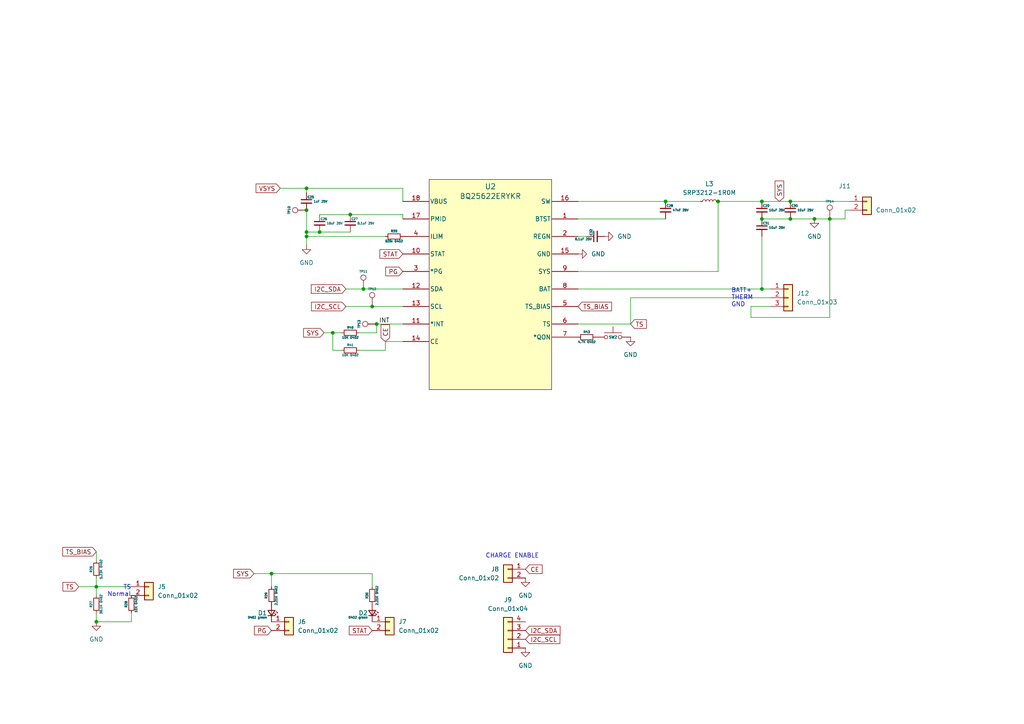
<source format=kicad_sch>
(kicad_sch (version 20231120) (generator "eeschema") (generator_version "8.0")
  (paper "A4")
  (lib_symbols
    (symbol "2024-11-13_13-44-11:BQ25622ERYKR" (pin_names (offset 0.254))
      (property "Reference" "U2" (at 0 28.448 0))
      (property "Value" "BQ25622ERYKR" (at 0 25.654 0))
      (symbol "BQ25622ERYKR_1_1"
        (rectangle (start -17.78 30.48) (end 17.78 -30.48) (fill (type background)))
        (pin power_in line (at 25.4 19.05 180) (length 7.62) (name "BTST") (number "1"))
        (pin output line (at -25.4 8.89 0) (length 7.62) (name "STAT") (number "10"))
        (pin output line (at -25.4 -11.43 0) (length 7.62) (name "*INT") (number "11"))
        (pin bidirectional line (at -25.4 -1.27 0) (length 7.62) (name "SDA") (number "12"))
        (pin input line (at -25.4 -6.35 0) (length 7.62) (name "SCL") (number "13"))
        (pin input line (at -25.4 -16.51 0) (length 7.62) (name "CE") (number "14"))
        (pin power_out line (at 25.4 8.89 180) (length 7.62) (name "GND") (number "15"))
        (pin power_in line (at 25.4 24.13 180) (length 7.62) (name "SW") (number "16"))
        (pin power_in line (at -25.4 19.05 0) (length 7.62) (name "PMID") (number "17"))
        (pin power_in line (at -25.4 24.13 0) (length 7.62) (name "VBUS") (number "18"))
        (pin power_in line (at 25.4 13.97 180) (length 7.62) (name "REGN") (number "2"))
        (pin unspecified line (at -25.4 3.81 0) (length 7.62) (name "*PG") (number "3"))
        (pin bidirectional line (at -25.4 13.97 0) (length 7.62) (name "ILIM") (number "4"))
        (pin power_in line (at 25.4 -6.35 180) (length 7.62) (name "TS_BIAS") (number "5"))
        (pin input line (at 25.4 -11.43 180) (length 7.62) (name "TS") (number "6"))
        (pin input line (at 25.4 -15.24 180) (length 7.62) (name "*QON") (number "7"))
        (pin power_in line (at 25.4 -1.27 180) (length 7.62) (name "BAT") (number "8"))
        (pin power_in line (at 25.4 3.81 180) (length 7.62) (name "SYS") (number "9"))
      )
    )
    (symbol "BQ25638YBGR:BQ25638YBGR"
      (property "Reference" "IC1" (at 0 19.304 0))
      (property "Value" "BQ25638YBGR" (at 0 -37.846 0))
      (symbol "BQ25638YBGR_1_1"
        (rectangle (start -12.7 17.78) (end 12.7 -36.195) (stroke (width 0.254)) (fill (type background)))
        (pin passive line (at -17.78 15.24 0) (length 5.08) (name "VBUS_1") (number "A1"))
        (pin passive line (at -17.78 7.62 0) (length 5.08) (name "PMID_1") (number "A2"))
        (pin passive line (at 17.78 16.51 180) (length 5.08) (name "SW_1") (number "A3"))
        (pin passive line (at 17.78 -29.21 180) (length 5.08) (name "PGND_1") (number "A4"))
        (pin passive line (at 17.78 3.81 180) (length 5.08) (name "REGN") (number "A5"))
        (pin passive line (at -17.78 12.7 0) (length 5.08) (name "VBUS_2") (number "B1"))
        (pin passive line (at -17.78 5.08 0) (length 5.08) (name "PMID_2") (number "B2"))
        (pin passive line (at 17.78 13.97 180) (length 5.08) (name "SW_2") (number "B3"))
        (pin passive line (at 17.78 -31.75 180) (length 5.08) (name "PGND_2") (number "B4"))
        (pin passive line (at 17.78 7.62 180) (length 5.08) (name "BTST") (number "B5"))
        (pin passive line (at -17.78 -11.43 0) (length 5.08) (name "STAT") (number "C1"))
        (pin passive line (at -17.78 -15.24 0) (length 5.08) (name "~{PG}") (number "C2"))
        (pin passive line (at 17.78 11.43 180) (length 5.08) (name "SW_3") (number "C3"))
        (pin passive line (at 17.78 -34.29 180) (length 5.08) (name "PGND_3") (number "C4"))
        (pin passive line (at -17.78 0 0) (length 5.08) (name "ADCIN") (number "C5"))
        (pin passive line (at 17.78 0 180) (length 5.08) (name "SYS_1") (number "D1"))
        (pin passive line (at 17.78 -2.54 180) (length 5.08) (name "SYS_2") (number "D2"))
        (pin passive line (at 17.78 -5.08 180) (length 5.08) (name "SYS_3") (number "D3"))
        (pin passive line (at 17.78 -25.4 180) (length 5.08) (name "~{QON}") (number "D4"))
        (pin passive line (at -17.78 -22.86 0) (length 5.08) (name "SCL") (number "D5"))
        (pin passive line (at 17.78 -8.89 180) (length 5.08) (name "BAT_1") (number "E1"))
        (pin passive line (at 17.78 -11.43 180) (length 5.08) (name "BAT_2") (number "E2"))
        (pin passive line (at 17.78 -13.97 180) (length 5.08) (name "BAT_3") (number "E3"))
        (pin passive line (at 17.78 -21.59 180) (length 5.08) (name "TS") (number "E4"))
        (pin passive line (at -17.78 -20.32 0) (length 5.08) (name "SDA") (number "E5"))
        (pin passive line (at 17.78 -17.78 180) (length 5.08) (name "BATP") (number "F1"))
        (pin passive line (at -17.78 -30.48 0) (length 5.08) (name "~{CE}") (number "F2"))
        (pin passive line (at -17.78 -7.62 0) (length 5.08) (name "ILIM") (number "F3"))
        (pin passive line (at -17.78 -3.81 0) (length 5.08) (name "TS_BIAS") (number "F4"))
        (pin passive line (at -17.78 -26.67 0) (length 5.08) (name "~{INT}") (number "F5"))
      )
    )
    (symbol "Connector:TestPoint" (pin_numbers hide) (pin_names (offset 0.762) hide)
      (property "Reference" "TP" (at 0 6.858 0))
      (property "Value" "TestPoint" (at 0 5.08 0))
      (symbol "TestPoint_0_1"
        (circle (center 0 3.302) (radius 0.762))
      )
      (symbol "TestPoint_1_1"
        (pin passive line (at 0 0 90) (length 2.54) (name "1") (number "1"))
      )
    )
    (symbol "Connector_Generic:Conn_01x02" (pin_names (offset 1.016) hide)
      (property "Reference" "J" (at 0 2.54 0))
      (property "Value" "Conn_01x02" (at 0 -5.08 0))
      (symbol "Conn_01x02_1_1"
        (rectangle (start -1.27 -2.413) (end 0 -2.667) (stroke (width 0.1524)))
        (rectangle (start -1.27 0.127) (end 0 -0.127) (stroke (width 0.1524)))
        (rectangle (start -1.27 1.27) (end 1.27 -3.81) (stroke (width 0.254)) (fill (type background)))
        (pin passive line (at -5.08 0 0) (length 3.81) (name "Pin_1") (number "1"))
        (pin passive line (at -5.08 -2.54 0) (length 3.81) (name "Pin_2") (number "2"))
      )
    )
    (symbol "Connector_Generic:Conn_01x03" (pin_names (offset 1.016) hide)
      (property "Reference" "J" (at 0 5.08 0))
      (property "Value" "Conn_01x03" (at 0 -5.08 0))
      (symbol "Conn_01x03_1_1"
        (rectangle (start -1.27 -2.413) (end 0 -2.667) (stroke (width 0.1524)))
        (rectangle (start -1.27 0.127) (end 0 -0.127) (stroke (width 0.1524)))
        (rectangle (start -1.27 2.667) (end 0 2.413) (stroke (width 0.1524)))
        (rectangle (start -1.27 3.81) (end 1.27 -3.81) (stroke (width 0.254)) (fill (type background)))
        (pin passive line (at -5.08 2.54 0) (length 3.81) (name "Pin_1") (number "1"))
        (pin passive line (at -5.08 0 0) (length 3.81) (name "Pin_2") (number "2"))
        (pin passive line (at -5.08 -2.54 0) (length 3.81) (name "Pin_3") (number "3"))
      )
    )
    (symbol "Connector_Generic:Conn_01x04" (pin_names (offset 1.016) hide)
      (property "Reference" "J" (at 0 5.08 0))
      (property "Value" "Conn_01x04" (at 0 -7.62 0))
      (symbol "Conn_01x04_1_1"
        (rectangle (start -1.27 -4.953) (end 0 -5.207) (stroke (width 0.1524)))
        (rectangle (start -1.27 -2.413) (end 0 -2.667) (stroke (width 0.1524)))
        (rectangle (start -1.27 0.127) (end 0 -0.127) (stroke (width 0.1524)))
        (rectangle (start -1.27 2.667) (end 0 2.413) (stroke (width 0.1524)))
        (rectangle (start -1.27 3.81) (end 1.27 -6.35) (stroke (width 0.254)) (fill (type background)))
        (pin passive line (at -5.08 2.54 0) (length 3.81) (name "Pin_1") (number "1"))
        (pin passive line (at -5.08 0 0) (length 3.81) (name "Pin_2") (number "2"))
        (pin passive line (at -5.08 -2.54 0) (length 3.81) (name "Pin_3") (number "3"))
        (pin passive line (at -5.08 -5.08 0) (length 3.81) (name "Pin_4") (number "4"))
      )
    )
    (symbol "Device:C_Small" (pin_numbers hide) (pin_names (offset 0.254) hide)
      (property "Reference" "C" (at 0.254 1.778 0))
      (property "Value" "C_Small" (at 0.254 -2.032 0))
      (symbol "C_Small_0_1"
        (polyline (pts (xy -1.524 -0.508) (xy 1.524 -0.508)) (stroke (width 0.3302)))
        (polyline (pts (xy -1.524 0.508) (xy 1.524 0.508)) (stroke (width 0.3048)))
      )
      (symbol "C_Small_1_1"
        (pin passive line (at 0 2.54 270) (length 2.032) (name "~") (number "1"))
        (pin passive line (at 0 -2.54 90) (length 2.032) (name "~") (number "2"))
      )
    )
    (symbol "Device:LED_Small" (pin_numbers hide) (pin_names (offset 0.254) hide)
      (property "Reference" "D" (at -1.27 3.175 0))
      (property "Value" "LED_Small" (at -4.445 -2.54 0))
      (symbol "LED_Small_0_1"
        (polyline (pts (xy -0.762 -1.016) (xy -0.762 1.016)) (stroke (width 0.254)))
        (polyline (pts (xy 1.016 0) (xy -0.762 0)))
        (polyline (pts (xy 0.762 -1.016) (xy -0.762 0) (xy 0.762 1.016) (xy 0.762 -1.016)) (stroke (width 0.254)))
        (polyline (pts (xy 0 0.762) (xy -0.508 1.27) (xy -0.254 1.27) (xy -0.508 1.27) (xy -0.508 1.016)))
        (polyline (pts (xy 0.508 1.27) (xy 0 1.778) (xy 0.254 1.778) (xy 0 1.778) (xy 0 1.524)))
      )
      (symbol "LED_Small_1_1"
        (pin passive line (at -2.54 0 0) (length 1.778) (name "K") (number "1"))
        (pin passive line (at 2.54 0 180) (length 1.778) (name "A") (number "2"))
      )
    )
    (symbol "Device:L_Small" (pin_numbers hide) (pin_names (offset 0.254) hide)
      (property "Reference" "L" (at 0.762 1.016 0))
      (property "Value" "L_Small" (at 0.762 -1.016 0))
      (symbol "L_Small_0_1"
        (arc (start 0 -2.032) (mid 0.5058 -1.524) (end 0 -1.016))
        (arc (start 0 -1.016) (mid 0.5058 -0.508) (end 0 0))
        (arc (start 0 0) (mid 0.5058 0.508) (end 0 1.016))
        (arc (start 0 1.016) (mid 0.5058 1.524) (end 0 2.032))
      )
      (symbol "L_Small_1_1"
        (pin passive line (at 0 2.54 270) (length 0.508) (name "~") (number "1"))
        (pin passive line (at 0 -2.54 90) (length 0.508) (name "~") (number "2"))
      )
    )
    (symbol "Device:R_Small" (pin_numbers hide) (pin_names (offset 0.254) hide)
      (property "Reference" "R" (at 0.762 0.508 0))
      (property "Value" "R_Small" (at 0.762 -1.016 0))
      (symbol "R_Small_0_1"
        (rectangle (start -0.762 1.778) (end 0.762 -1.778) (stroke (width 0.2032)))
      )
      (symbol "R_Small_1_1"
        (pin passive line (at 0 2.54 270) (length 0.762) (name "~") (number "1"))
        (pin passive line (at 0 -2.54 90) (length 0.762) (name "~") (number "2"))
      )
    )
    (symbol "Switch:SW_Push" (pin_numbers hide) (pin_names (offset 1.016) hide)
      (property "Reference" "SW" (at 1.27 2.54 0))
      (property "Value" "SW_Push" (at 0 -1.524 0))
      (symbol "SW_Push_0_1"
        (circle (center -2.032 0) (radius 0.508))
        (polyline (pts (xy 0 1.27) (xy 0 3.048)))
        (polyline (pts (xy 2.54 1.27) (xy -2.54 1.27)))
        (circle (center 2.032 0) (radius 0.508))
        (pin passive line (at -5.08 0 0) (length 2.54) (name "1") (number "1"))
        (pin passive line (at 5.08 0 180) (length 2.54) (name "2") (number "2"))
      )
    )
    (symbol "power:GND" (power) (pin_numbers hide) (pin_names (offset 0) hide)
      (property "Value" "GND" (at 0 -3.81 0))
      (symbol "GND_0_1"
        (polyline (pts (xy 0 0) (xy 0 -1.27) (xy 1.27 -1.27) (xy 0 -2.54) (xy -1.27 -1.27) (xy 0 -1.27)))
      )
      (symbol "GND_1_1"
        (pin power_in line (at 0 0 270) (length 0) (name "~") (number "1"))
      )
    )
  )
  (junction (at -100.33 52.07))
  (junction (at 27.94 180.34))
  (junction (at -86.36 26.67))
  (junction (at -53.975 31.75))
  (junction (at -65.405 26.67))
  (junction (at 92.71 67.31))
  (junction (at -162.56 35.56))
  (junction (at 220.98 63.5))
  (junction (at -73.66 26.67))
  (junction (at 220.98 83.82))
  (junction (at -111.76 26.67))
  (junction (at -111.76 77.47))
  (junction (at 96.52 96.52))
  (junction (at 240.665 63.5))
  (junction (at 88.9 68.58))
  (junction (at 27.94 170.18))
  (junction (at 88.9 54.61))
  (junction (at -152.4 27.94))
  (junction (at -158.75 63.5))
  (junction (at 236.22 63.5))
  (junction (at -100.33 57.15))
  (junction (at 88.9 67.31))
  (junction (at -175.26 50.8))
  (junction (at -65.405 31.75))
  (junction (at -175.26 43.18))
  (junction (at -73.66 52.07))
  (junction (at -156.21 66.04))
  (junction (at -100.33 54.61))
  (junction (at 88.9 60.96))
  (junction (at 109.22 93.98))
  (junction (at -154.94 69.85))
  (junction (at 78.74 166.37))
  (junction (at -111.76 48.26))
  (junction (at -171.45 43.18))
  (junction (at -101.6 26.67))
  (junction (at -58.42 31.75))
  (junction (at -73.66 31.75))
  (junction (at -111.76 29.21))
  (junction (at 107.95 88.9))
  (junction (at 101.6 62.23))
  (junction (at 105.41 83.82))
  (junction (at 220.98 58.42))
  (junction (at -175.26 27.94))
  (junction (at -111.76 74.93))
  (junction (at -167.64 72.39))
  (junction (at 193.04 58.42))
  (junction (at 208.28 58.42))
  (junction (at -147.32 35.56))
  (junction (at -111.76 45.72))
  (junction (at 229.235 58.42))
  (junction (at 229.235 63.5))
  (wire (pts (xy -65.405 31.75) (xy -58.42 31.75)))
  (wire (pts (xy 109.22 93.98) (xy 116.84 93.98)))
  (wire (pts (xy -158.75 63.5) (xy -147.32 63.5)))
  (wire (pts (xy 220.98 68.58) (xy 220.98 83.82)))
  (wire (pts (xy 27.94 180.34) (xy 27.94 177.8)))
  (wire (pts (xy 22.86 170.18) (xy 27.94 170.18)))
  (wire (pts (xy 88.9 71.12) (xy 88.9 68.58)))
  (wire (pts (xy 96.52 101.6) (xy 96.52 96.52)))
  (wire (pts (xy -49.53 29.21) (xy -48.26 29.21)))
  (wire (pts (xy 101.6 62.23) (xy 116.84 62.23)))
  (wire (pts (xy -53.975 60.325) (xy -53.975 31.75)))
  (wire (pts (xy 229.235 63.5) (xy 236.22 63.5)))
  (wire (pts (xy -175.26 43.18) (xy -175.26 50.8)))
  (wire (pts (xy 208.28 58.42) (xy 220.98 58.42)))
  (wire (pts (xy 220.98 63.5) (xy 229.235 63.5)))
  (wire (pts (xy 240.665 92.075) (xy 240.665 63.5)))
  (wire (pts (xy -100.33 57.15) (xy -100.33 60.96)))
  (wire (pts (xy 116.84 54.61) (xy 116.84 58.42)))
  (wire (pts (xy 182.88 93.98) (xy 182.88 86.36)))
  (wire (pts (xy -162.56 43.18) (xy -171.45 43.18)))
  (wire (pts (xy 203.2 58.42) (xy 193.04 58.42)))
  (wire (pts (xy -154.94 72.39) (xy -154.94 69.85)))
  (wire (pts (xy -152.4 27.94) (xy -147.32 27.94)))
  (wire (pts (xy -111.76 52.07) (xy -100.33 52.07)))
  (wire (pts (xy -111.76 78.74) (xy -111.76 77.47)))
  (wire (pts (xy -100.33 54.61) (xy -100.33 57.15)))
  (wire (pts (xy -182.88 27.94) (xy -175.26 27.94)))
  (wire (pts (xy -71.12 54.61) (xy -93.98 54.61)))
  (wire (pts (xy 220.98 83.82) (xy 223.52 83.82)))
  (wire (pts (xy -152.4 77.47) (xy -160.02 77.47)))
  (wire (pts (xy -163.83 66.04) (xy -156.21 66.04)))
  (wire (pts (xy 107.95 170.18) (xy 107.95 166.37)))
  (wire (pts (xy -73.66 52.07) (xy -71.12 52.07)))
  (wire (pts (xy 245.11 60.96) (xy 246.38 60.96)))
  (wire (pts (xy -111.76 57.15) (xy -100.33 57.15)))
  (wire (pts (xy 240.665 63.5) (xy 245.11 63.5)))
  (wire (pts (xy 78.74 166.37) (xy 73.66 166.37)))
  (wire (pts (xy -170.18 72.39) (xy -167.64 72.39)))
  (wire (pts (xy -111.76 77.47) (xy -111.76 74.93)))
  (wire (pts (xy -105.41 60.96) (xy -111.76 60.96)))
  (wire (pts (xy 107.95 88.9) (xy 116.84 88.9)))
  (wire (pts (xy 27.94 162.56) (xy 27.94 160.02)))
  (wire (pts (xy 100.33 88.9) (xy 107.95 88.9)))
  (wire (pts (xy -111.76 45.72) (xy -111.76 48.26)))
  (wire (pts (xy -65.405 26.67) (xy -48.26 26.67)))
  (wire (pts (xy -171.45 43.18) (xy -175.26 43.18)))
  (wire (pts (xy 88.9 54.61) (xy 116.84 54.61)))
  (wire (pts (xy 109.22 96.52) (xy 109.22 93.98)))
  (wire (pts (xy 182.88 86.36) (xy 223.52 86.36)))
  (wire (pts (xy 217.805 88.9) (xy 217.805 92.075)))
  (wire (pts (xy 220.98 58.42) (xy 229.235 58.42)))
  (wire (pts (xy -147.32 35.56) (xy -147.32 38.1)))
  (wire (pts (xy -152.4 73.66) (xy -147.32 73.66)))
  (wire (pts (xy 99.06 101.6) (xy 96.52 101.6)))
  (wire (pts (xy -109.22 39.37) (xy -111.76 39.37)))
  (wire (pts (xy 88.9 68.58) (xy 111.76 68.58)))
  (wire (pts (xy -110.49 68.58) (xy -111.76 68.58)))
  (wire (pts (xy -76.835 57.15) (xy -76.835 60.325)))
  (wire (pts (xy -71.12 57.15) (xy -76.835 57.15)))
  (wire (pts (xy -163.83 63.5) (xy -158.75 63.5)))
  (wire (pts (xy 167.64 78.74) (xy 208.28 78.74)))
  (wire (pts (xy -156.21 66.04) (xy -147.32 66.04)))
  (wire (pts (xy -165.1 77.47) (xy -167.64 77.47)))
  (wire (pts (xy -73.66 31.75) (xy -65.405 31.75)))
  (wire (pts (xy -100.33 52.07) (xy -73.66 52.07)))
  (wire (pts (xy -147.32 30.48) (xy -152.4 30.48)))
  (wire (pts (xy -53.975 31.75) (xy -49.53 31.75)))
  (wire (pts (xy -162.56 38.1) (xy -162.56 35.56)))
  (wire (pts (xy -171.45 38.1) (xy -171.45 35.56)))
  (wire (pts (xy -101.6 35.56) (xy -111.76 35.56)))
  (wire (pts (xy -111.76 74.93) (xy -111.76 72.39)))
  (wire (pts (xy 93.98 96.52) (xy 96.52 96.52)))
  (wire (pts (xy 100.33 83.82) (xy 105.41 83.82)))
  (wire (pts (xy 92.71 62.23) (xy 101.6 62.23)))
  (wire (pts (xy 217.805 92.075) (xy 240.665 92.075)))
  (wire (pts (xy 96.52 96.52) (xy 99.06 96.52)))
  (wire (pts (xy -175.26 53.34) (xy -175.26 50.8)))
  (wire (pts (xy -111.76 48.26) (xy -86.36 48.26)))
  (wire (pts (xy 88.9 67.31) (xy 88.9 60.96)))
  (wire (pts (xy 105.41 83.82) (xy 116.84 83.82)))
  (wire (pts (xy -100.33 52.07) (xy -100.33 54.61)))
  (wire (pts (xy -76.835 60.325) (xy -53.975 60.325)))
  (wire (pts (xy -111.76 43.18) (xy -111.76 45.72)))
  (wire (pts (xy -162.56 35.56) (xy -147.32 35.56)))
  (wire (pts (xy 38.1 180.34) (xy 27.94 180.34)))
  (wire (pts (xy 92.71 67.31) (xy 88.9 67.31)))
  (wire (pts (xy 111.76 99.06) (xy 116.84 99.06)))
  (wire (pts (xy -154.94 69.85) (xy -147.32 69.85)))
  (wire (pts (xy 101.6 67.31) (xy 92.71 67.31)))
  (wire (pts (xy 111.76 99.06) (xy 111.76 101.6)))
  (wire (pts (xy 236.22 63.5) (xy 240.665 63.5)))
  (wire (pts (xy 27.94 167.64) (xy 27.94 170.18)))
  (wire (pts (xy 167.64 58.42) (xy 193.04 58.42)))
  (wire (pts (xy 78.74 166.37) (xy 107.95 166.37)))
  (wire (pts (xy 208.28 58.42) (xy 208.28 78.74)))
  (wire (pts (xy 229.235 58.42) (xy 246.38 58.42)))
  (wire (pts (xy 38.1 177.8) (xy 38.1 180.34)))
  (wire (pts (xy -49.53 31.75) (xy -49.53 29.21)))
  (wire (pts (xy 88.9 55.88) (xy 88.9 54.61)))
  (wire (pts (xy 116.84 62.23) (xy 116.84 63.5)))
  (wire (pts (xy 167.64 93.98) (xy 182.88 93.98)))
  (wire (pts (xy -152.4 30.48) (xy -152.4 27.94)))
  (wire (pts (xy 167.64 83.82) (xy 220.98 83.82)))
  (wire (pts (xy -160.02 72.39) (xy -154.94 72.39)))
  (wire (pts (xy -91.44 26.67) (xy -101.6 26.67)))
  (wire (pts (xy -73.66 26.67) (xy -65.405 26.67)))
  (wire (pts (xy -111.76 29.21) (xy -111.76 31.75)))
  (wire (pts (xy -111.76 54.61) (xy -100.33 54.61)))
  (wire (pts (xy -175.26 50.8) (xy -152.4 50.8)))
  (wire (pts (xy -167.64 72.39) (xy -165.1 72.39)))
  (wire (pts (xy 38.1 170.18) (xy 27.94 170.18)))
  (wire (pts (xy -58.42 31.75) (xy -53.975 31.75)))
  (wire (pts (xy -73.66 36.83) (xy -73.66 52.07)))
  (wire (pts (xy -101.6 31.75) (xy -101.6 35.56)))
  (wire (pts (xy -167.64 77.47) (xy -167.64 72.39)))
  (wire (pts (xy 88.9 67.31) (xy 88.9 68.58)))
  (wire (pts (xy 170.18 68.58) (xy 167.64 68.58)))
  (wire (pts (xy 223.52 88.9) (xy 217.805 88.9)))
  (wire (pts (xy -171.45 35.56) (xy -162.56 35.56)))
  (wire (pts (xy 104.14 96.52) (xy 109.22 96.52)))
  (wire (pts (xy -111.76 26.67) (xy -111.76 29.21)))
  (wire (pts (xy -152.4 73.66) (xy -152.4 77.47)))
  (wire (pts (xy 27.94 170.18) (xy 27.94 172.72)))
  (wire (pts (xy -175.26 33.02) (xy -175.26 43.18)))
  (wire (pts (xy 111.76 101.6) (xy 104.14 101.6)))
  (wire (pts (xy -101.6 26.67) (xy -111.76 26.67)))
  (wire (pts (xy -86.36 48.26) (xy -86.36 26.67)))
  (wire (pts (xy 78.74 170.18) (xy 78.74 166.37)))
  (wire (pts (xy 81.28 54.61) (xy 88.9 54.61)))
  (wire (pts (xy 245.11 63.5) (xy 245.11 60.96)))
  (wire (pts (xy -175.26 27.94) (xy -152.4 27.94)))
  (wire (pts (xy 167.64 63.5) (xy 193.04 63.5)))
  (wire (pts (xy -86.36 26.67) (xy -73.66 26.67)))
  (text "CHARGE ENABLE" (at 148.59 161.29 0) (effects (font (size 1.27 1.27))))
  (text "TS\nNormal" (at 38.1 171.45 0) (effects (font (size 1.27 1.27)) (justify right)))
  (text "BATT+\nTHERM\nGND" (at 212.09 86.36 0) (effects (font (size 1.27 1.27)) (justify left)))
  (text "BATT+\nTHERM\nGND" (at -82.55 54.61 0) (effects (font (size 1.27 1.27)) (justify left)))
  (text "SYS\nGND" (at -49.53 27.94 0) (effects (font (size 1.27 1.27))))
  (label "INT" (at 113.03 93.98 180))
  (label "INT" (at -151.13 69.85 180))
  (global_label "STAT" (shape input) (at -147.32 54.61 180) (property "Intersheetrefs" "${INTERSHEET_REFS}" (effects (hide yes))))
  (global_label "SYS" (shape input) (at -170.18 72.39 180) (property "Intersheetrefs" "${INTERSHEET_REFS}" (effects (hide yes))))
  (global_label "SYS" (shape input) (at -78.74 26.67 90) (property "Intersheetrefs" "${INTERSHEET_REFS}" (effects (hide yes))))
  (global_label "PG" (shape input) (at -147.32 58.42 180) (property "Intersheetrefs" "${INTERSHEET_REFS}" (effects (hide yes))))
  (global_label "VSYS" (shape input) (at 81.28 54.61 180) (property "Intersheetrefs" "${INTERSHEET_REFS}" (effects (hide yes))))
  (global_label "TS" (shape input) (at 182.88 93.98 0) (property "Intersheetrefs" "${INTERSHEET_REFS}" (effects (hide yes))))
  (global_label "TS" (shape input) (at 22.86 170.18 180) (property "Intersheetrefs" "${INTERSHEET_REFS}" (effects (hide yes))))
  (global_label "I2C_SDA" (shape input) (at 100.33 83.82 180) (property "Intersheetrefs" "${INTERSHEET_REFS}" (effects (hide yes))))
  (global_label "SYS" (shape input) (at 93.98 96.52 180) (property "Intersheetrefs" "${INTERSHEET_REFS}" (effects (hide yes))))
  (global_label "CE" (shape input) (at 111.76 99.06 90) (property "Intersheetrefs" "${INTERSHEET_REFS}" (effects (hide yes))))
  (global_label "TS_BIAS" (shape input) (at -147.32 46.99 180) (property "Intersheetrefs" "${INTERSHEET_REFS}" (effects (hide yes))))
  (global_label "I2C_SCL" (shape input) (at 152.4 185.42 0) (property "Intersheetrefs" "${INTERSHEET_REFS}" (effects (hide yes))))
  (global_label "PG" (shape input) (at 78.74 182.88 180) (property "Intersheetrefs" "${INTERSHEET_REFS}" (effects (hide yes))))
  (global_label "STAT" (shape input) (at 116.84 73.66 180) (property "Intersheetrefs" "${INTERSHEET_REFS}" (effects (hide yes))))
  (global_label "SYS" (shape input) (at 73.66 166.37 180) (property "Intersheetrefs" "${INTERSHEET_REFS}" (effects (hide yes))))
  (global_label "SYS" (shape input) (at 226.06 58.42 90) (property "Intersheetrefs" "${INTERSHEET_REFS}" (effects (hide yes))))
  (global_label "TS_BIAS" (shape input) (at 27.94 160.02 180) (property "Intersheetrefs" "${INTERSHEET_REFS}" (effects (hide yes))))
  (global_label "I2C_SCL" (shape input) (at -163.83 66.04 180) (property "Intersheetrefs" "${INTERSHEET_REFS}" (effects (hide yes))))
  (global_label "PG" (shape input) (at 116.84 78.74 180) (property "Intersheetrefs" "${INTERSHEET_REFS}" (effects (hide yes))))
  (global_label "I2C_SCL" (shape input) (at 100.33 88.9 180) (property "Intersheetrefs" "${INTERSHEET_REFS}" (effects (hide yes))))
  (global_label "TS_BIAS" (shape input) (at 167.64 88.9 0) (property "Intersheetrefs" "${INTERSHEET_REFS}" (effects (hide yes))))
  (global_label "STAT" (shape input) (at 107.95 182.88 180) (property "Intersheetrefs" "${INTERSHEET_REFS}" (effects (hide yes))))
  (global_label "CE" (shape input) (at 152.4 165.1 0) (property "Intersheetrefs" "${INTERSHEET_REFS}" (effects (hide yes))))
  (global_label "CE" (shape input) (at -152.4 74.93 90) (property "Intersheetrefs" "${INTERSHEET_REFS}" (effects (hide yes))))
  (global_label "TS" (shape input) (at -111.76 64.77 0) (property "Intersheetrefs" "${INTERSHEET_REFS}" (effects (hide yes))))
  (global_label "I2C_SDA" (shape input) (at 152.4 182.88 0) (property "Intersheetrefs" "${INTERSHEET_REFS}" (effects (hide yes))))
  (global_label "I2C_SDA" (shape input) (at -163.83 63.5 180) (property "Intersheetrefs" "${INTERSHEET_REFS}" (effects (hide yes))))
  (global_label "VSYS" (shape input) (at -182.88 27.94 180) (property "Intersheetrefs" "${INTERSHEET_REFS}" (effects (hide yes))))
  (global_label "TS" (shape input) (at -93.98 54.61 180) (property "Intersheetrefs" "${INTERSHEET_REFS}" (effects (hide yes))))
  (symbol (lib_id "Device:R_Small") (at -149.86 50.8 90) (mirror x) (unit 1) (in_bom no) (on_board no) (dnp yes)
    (property "Reference" "R21" (at -149.86 49.276 90) (effects (font (size 0.635 0.635))))
    (property "Value" "820r 0402" (at -149.86 51.816 90) (effects (font (size 0.635 0.635)) (justify top)))
    (property "Footprint" "Resistor_SMD:R_0402_1005Metric" (effects (hide yes)))
    (property "Description" "Resistor, small symbol" (effects (hide yes)))
  )
  (symbol (lib_id "Device:R_Small") (at 27.94 165.1 0) (mirror x) (unit 1)
    (property "Reference" "R26" (at 26.416 165.1 90) (effects (font (size 0.635 0.635))))
    (property "Value" "5.23K 0402" (at 28.956 165.1 90) (effects (font (size 0.635 0.635)) (justify top)))
    (property "Footprint" "Resistor_SMD:R_0402_1005Metric" (effects (hide yes)))
    (property "Description" "Resistor, small symbol" (effects (hide yes)))
  )
  (symbol (lib_id "Device:C_Small") (at -106.68 39.37 90) (unit 1) (in_bom no) (on_board no) (dnp yes)
    (property "Reference" "C14" (at -107.95 39.116 0) (effects (font (size 0.635 0.635)) (justify left)))
    (property "Value" "0.1uF 25V" (at -107.696 40.132 90) (effects (font (size 0.635 0.635)) (justify left)))
    (property "Footprint" "Capacitor_SMD:C_0402_1005Metric" (effects (hide yes)))
    (property "Description" "Unpolarized capacitor, small symbol" (effects (hide yes)))
  )
  (symbol (lib_id "power:GND") (at 88.9 71.12 0) (unit 1)
    (property "Reference" "#PWR027" (effects (hide yes)))
    (property "Value" "GND" (at 88.9 76.2 0))
    (property "Description" "Power symbol creates a global label with name \"GND\" , ground" (effects (hide yes)))
  )
  (symbol (lib_id "Device:R_Small") (at 170.18 97.79 90) (mirror x) (unit 1)
    (property "Reference" "R43" (at 170.18 96.266 90) (effects (font (size 0.635 0.635))))
    (property "Value" "4.7K 0402" (at 170.18 98.806 90) (effects (font (size 0.635 0.635)) (justify top)))
    (property "Footprint" "Resistor_SMD:R_0402_1005Metric" (effects (hide yes)))
    (property "Description" "Resistor, small symbol" (effects (hide yes)))
  )
  (symbol (lib_id "Connector:TestPoint") (at -53.975 31.75 0) (unit 1) (in_bom no) (on_board no) (dnp yes)
    (property "Reference" "TP9" (at -53.975 26.67 0) (effects (font (size 0.635 0.635))))
    (property "Value" "TestPoint" (effects (hide yes)))
    (property "Footprint" "TestPoint:TestPoint_Pad_D1.0mm" (effects (hide yes)))
    (property "Description" "test point" (effects (hide yes)))
  )
  (symbol (lib_id "Device:R_Small") (at -162.56 72.39 90) (mirror x) (unit 1) (in_bom no) (on_board no) (dnp yes)
    (property "Reference" "R22" (at -162.56 70.866 90) (effects (font (size 0.635 0.635))))
    (property "Value" "10K 0402" (at -162.56 73.406 90) (effects (font (size 0.635 0.635)) (justify top)))
    (property "Footprint" "Resistor_SMD:R_0402_1005Metric" (effects (hide yes)))
    (property "Description" "Resistor, small symbol" (effects (hide yes)))
  )
  (symbol (lib_id "Connector:TestPoint") (at -156.21 66.04 0) (unit 1) (in_bom no) (on_board no) (dnp yes)
    (property "Reference" "TP6" (at -156.21 60.96 0) (effects (font (size 0.635 0.635))))
    (property "Value" "TestPoint" (effects (hide yes)))
    (property "Footprint" "TestPoint:TestPoint_Pad_D1.0mm" (effects (hide yes)))
    (property "Description" "test point" (effects (hide yes)))
  )
  (symbol (lib_id "power:GND") (at 236.22 63.5 0) (unit 1)
    (property "Reference" "#PWR028" (effects (hide yes)))
    (property "Value" "GND" (at 236.22 68.58 0))
    (property "Description" "Power symbol creates a global label with name \"GND\" , ground" (effects (hide yes)))
  )
  (symbol (lib_id "Connector_Generic:Conn_01x02") (at 83.82 180.34 0) (unit 1)
    (property "Reference" "J6" (at 86.36 180.3399 0) (effects (justify left)))
    (property "Value" "Conn_01x02" (at 86.36 182.8799 0) (effects (justify left)))
    (property "Footprint" "Jumper:SolderJumper-2_P1.3mm_Open_RoundedPad1.0x1.5mm" (effects (hide yes)))
    (property "Description" "Generic connector, single row, 01x02, script generated (kicad-library-utils/schlib/autogen/connector/)" (effects (hide yes)))
  )
  (symbol (lib_id "Connector_Generic:Conn_01x02") (at 251.46 58.42 0) (unit 1)
    (property "Reference" "J11" (at 243.205 53.9749 0) (effects (justify left)))
    (property "Value" "Conn_01x02" (at 254 60.9599 0) (effects (justify left)))
    (property "Footprint" "Connector_PinHeader_2.54mm:PinHeader_1x02_P2.54mm_Vertical" (effects (hide yes)))
    (property "Description" "Generic connector, single row, 01x02, script generated (kicad-library-utils/schlib/autogen/connector/)" (effects (hide yes)))
  )
  (symbol (lib_id "power:GND") (at 152.4 187.96 0) (unit 1)
    (property "Reference" "#PWR018" (effects (hide yes)))
    (property "Value" "GND" (at 152.4 193.04 0))
    (property "Description" "Power symbol creates a global label with name \"GND\" , ground" (effects (hide yes)))
  )
  (symbol (lib_id "Device:C_Small") (at 229.235 60.96 0) (unit 1)
    (property "Reference" "C30" (at 229.489 59.69 0) (effects (font (size 0.635 0.635)) (justify left)))
    (property "Value" "10uF 25V" (at 231.267 60.96 0) (effects (font (size 0.635 0.635)) (justify left)))
    (property "Footprint" "Capacitor_SMD:C_0402_1005Metric" (effects (hide yes)))
    (property "Description" "Unpolarized capacitor, small symbol" (effects (hide yes)))
  )
  (symbol (lib_id "Device:R_Small") (at 107.95 172.72 0) (mirror x) (unit 1)
    (property "Reference" "R30" (at 106.426 172.72 90) (effects (font (size 0.635 0.635))))
    (property "Value" "2.21K 0402" (at 108.966 172.72 90) (effects (font (size 0.635 0.635)) (justify top)))
    (property "Footprint" "Resistor_SMD:R_0402_1005Metric" (effects (hide yes)))
    (property "Description" "Resistor, small symbol" (effects (hide yes)))
  )
  (symbol (lib_id "Connector:TestPoint") (at -154.94 69.85 90) (unit 1) (in_bom no) (on_board no) (dnp yes)
    (property "Reference" "TP8" (at -160.02 69.85 0) (effects (font (size 0.635 0.635))))
    (property "Value" "TestPoint" (effects (hide yes)))
    (property "Footprint" "TestPoint:TestPoint_Pad_D1.0mm" (effects (hide yes)))
    (property "Description" "test point" (effects (hide yes)))
  )
  (symbol (lib_id "Connector:TestPoint") (at 105.41 83.82 0) (unit 1)
    (property "Reference" "TP11" (at 105.41 78.74 0) (effects (font (size 0.635 0.635))))
    (property "Value" "TestPoint" (effects (hide yes)))
    (property "Footprint" "TestPoint:TestPoint_Pad_D1.0mm" (effects (hide yes)))
    (property "Description" "test point" (effects (hide yes)))
  )
  (symbol (lib_id "power:GND") (at 27.94 180.34 0) (unit 1)
    (property "Reference" "#PWR014" (effects (hide yes)))
    (property "Value" "GND" (at 27.94 185.42 0))
    (property "Description" "Power symbol creates a global label with name \"GND\" , ground" (effects (hide yes)))
  )
  (symbol (lib_id "power:GND") (at -58.42 31.75 0) (unit 1) (in_bom no) (on_board no) (dnp yes)
    (property "Reference" "#PWR016" (effects (hide yes)))
    (property "Value" "GND" (at -58.42 36.83 0))
    (property "Description" "Power symbol creates a global label with name \"GND\" , ground" (effects (hide yes)))
  )
  (symbol (lib_id "power:GND") (at -111.76 78.74 0) (unit 1) (in_bom no) (on_board no) (dnp yes)
    (property "Reference" "#PWR012" (effects (hide yes)))
    (property "Value" "GND" (at -111.76 83.82 0))
    (property "Description" "Power symbol creates a global label with name \"GND\" , ground" (effects (hide yes)))
  )
  (symbol (lib_id "Device:C_Small") (at 101.6 64.77 0) (unit 1)
    (property "Reference" "C27" (at 101.854 63.5 0) (effects (font (size 0.635 0.635)) (justify left)))
    (property "Value" "0.1uF 25V" (at 103.632 64.77 0) (effects (font (size 0.635 0.635)) (justify left)))
    (property "Footprint" "Capacitor_SMD:C_0402_1005Metric" (effects (hide yes)))
    (property "Description" "Unpolarized capacitor, small symbol" (effects (hide yes)))
  )
  (symbol (lib_id "Device:R_Small") (at 101.6 96.52 90) (mirror x) (unit 1)
    (property "Reference" "R40" (at 101.6 94.996 90) (effects (font (size 0.635 0.635))))
    (property "Value" "10K 0402" (at 101.6 97.536 90) (effects (font (size 0.635 0.635)) (justify top)))
    (property "Footprint" "Resistor_SMD:R_0402_1005Metric" (effects (hide yes)))
    (property "Description" "Resistor, small symbol" (effects (hide yes)))
  )
  (symbol (lib_id "Connector_Generic:Conn_01x04") (at 147.32 185.42 180) (unit 1)
    (property "Reference" "J9" (at 147.32 173.99 0))
    (property "Value" "Conn_01x04" (at 147.32 176.53 0))
    (property "Footprint" "Connector_PinSocket_2.54mm:PinSocket_1x04_P2.54mm_Vertical" (effects (hide yes)))
    (property "Description" "Generic connector, single row, 01x04, script generated (kicad-library-utils/schlib/autogen/connector/)" (effects (hide yes)))
  )
  (symbol (lib_id "Device:C_Small") (at -65.405 29.21 0) (unit 1) (in_bom no) (on_board no) (dnp yes)
    (property "Reference" "C17" (at -65.151 27.94 0) (effects (font (size 0.635 0.635)) (justify left)))
    (property "Value" "10uF 25V" (at -63.373 29.21 0) (effects (font (size 0.635 0.635)) (justify left)))
    (property "Footprint" "Capacitor_SMD:C_0402_1005Metric" (effects (hide yes)))
    (property "Description" "Unpolarized capacitor, small symbol" (effects (hide yes)))
  )
  (symbol (lib_id "Device:C_Small") (at 193.04 60.96 0) (unit 1)
    (property "Reference" "C28" (at 193.294 59.69 0) (effects (font (size 0.635 0.635)) (justify left)))
    (property "Value" "47nF 25V" (at 195.072 60.96 0) (effects (font (size 0.635 0.635)) (justify left)))
    (property "Footprint" "Capacitor_SMD:C_0402_1005Metric" (effects (hide yes)))
    (property "Description" "Unpolarized capacitor, small symbol" (effects (hide yes)))
  )
  (symbol (lib_id "power:GND") (at 175.26 68.58 90) (unit 1)
    (property "Reference" "#PWR029" (effects (hide yes)))
    (property "Value" "GND" (at 179.07 68.5799 90) (effects (justify right)))
    (property "Description" "Power symbol creates a global label with name \"GND\" , ground" (effects (hide yes)))
  )
  (symbol (lib_id "Connector:TestPoint") (at 88.9 60.96 90) (unit 1)
    (property "Reference" "TP10" (at 83.82 60.96 0) (effects (font (size 0.635 0.635))))
    (property "Value" "TestPoint" (effects (hide yes)))
    (property "Footprint" "TestPoint:TestPoint_Pad_D1.0mm" (effects (hide yes)))
    (property "Description" "test point" (effects (hide yes)))
  )
  (symbol (lib_id "Device:R_Small") (at -162.56 77.47 90) (mirror x) (unit 1) (in_bom no) (on_board no) (dnp yes)
    (property "Reference" "R23" (at -162.56 75.946 90) (effects (font (size 0.635 0.635))))
    (property "Value" "10K 0402" (at -162.56 78.486 90) (effects (font (size 0.635 0.635)) (justify top)))
    (property "Footprint" "Resistor_SMD:R_0402_1005Metric" (effects (hide yes)))
    (property "Description" "Resistor, small symbol" (effects (hide yes)))
  )
  (symbol (lib_id "Connector:TestPoint") (at 107.95 88.9 0) (unit 1)
    (property "Reference" "TP12" (at 107.95 83.82 0) (effects (font (size 0.635 0.635))))
    (property "Value" "TestPoint" (effects (hide yes)))
    (property "Footprint" "TestPoint:TestPoint_Pad_D1.0mm" (effects (hide yes)))
    (property "Description" "test point" (effects (hide yes)))
  )
  (symbol (lib_id "Device:C_Small") (at 220.98 60.96 0) (unit 1)
    (property "Reference" "C29" (at 221.234 59.69 0) (effects (font (size 0.635 0.635)) (justify left)))
    (property "Value" "10uF 25V" (at 223.012 60.96 0) (effects (font (size 0.635 0.635)) (justify left)))
    (property "Footprint" "Capacitor_SMD:C_0402_1005Metric" (effects (hide yes)))
    (property "Description" "Unpolarized capacitor, small symbol" (effects (hide yes)))
  )
  (symbol (lib_id "power:GND") (at -175.26 53.34 0) (unit 1) (in_bom no) (on_board no) (dnp yes)
    (property "Reference" "#PWR011" (effects (hide yes)))
    (property "Value" "GND" (at -175.26 58.42 0))
    (property "Description" "Power symbol creates a global label with name \"GND\" , ground" (effects (hide yes)))
  )
  (symbol (lib_id "BQ25638YBGR:BQ25638YBGR") (at -129.54 43.18 0) (unit 1) (in_bom no) (on_board no) (dnp yes)
    (property "Reference" "IC1" (at -129.54 23.876 0))
    (property "Value" "BQ25638YBGR" (at -129.54 81.026 0))
    (property "Footprint" "BQ25638:BGA30C40P5X6_227X198X50" (effects (hide yes)))
    (property "Datasheet" "https://www.ti.com/lit/gpn/bq25638" (effects (hide yes)))
    (property "Description" "High-efficiency 5-A, 1.5-MHz, synchronous switch mode buck charger for single cell battery  >90% efficiency down to 10-mA output current from 5-V input  Charge current up to 5 A in 80-mA steps  Charge termination from 30 to 1000 mA in 10- mA steps  Flexible JEITA profile for safe charging over temperature  BATFET control to support shutdown and full system reset" (effects (hide yes)))
    (property "Height" "0.5" (effects (hide yes)))
    (property "Mouser Part Number" "595-BQ25638YBGR" (effects (hide yes)))
    (property "Mouser Price/Stock" "https://www.mouser.co.uk/ProductDetail/Texas-Instruments/BQ25638YBGR?qs=mELouGlnn3erNLXwtKCMiQ%3D%3D" (effects (hide yes)))
    (property "Manufacturer_Name" "Texas Instruments" (effects (hide yes)))
    (property "Manufacturer_Part_Number" "BQ25638YBGR" (effects (hide yes)))
  )
  (symbol (lib_id "Device:C_Small") (at -175.26 30.48 0) (unit 1) (in_bom no) (on_board no) (dnp yes)
    (property "Reference" "C11" (at -175.006 29.21 0) (effects (font (size 0.635 0.635)) (justify left)))
    (property "Value" "1uF 25V" (at -173.228 30.48 0) (effects (font (size 0.635 0.635)) (justify left)))
    (property "Footprint" "Capacitor_SMD:C_0402_1005Metric" (effects (hide yes)))
    (property "Description" "Unpolarized capacitor, small symbol" (effects (hide yes)))
  )
  (symbol (lib_id "Device:C_Small") (at 92.71 64.77 0) (unit 1)
    (property "Reference" "C26" (at 92.964 63.5 0) (effects (font (size 0.635 0.635)) (justify left)))
    (property "Value" "10uF 25V" (at 94.742 64.77 0) (effects (font (size 0.635 0.635)) (justify left)))
    (property "Footprint" "Capacitor_SMD:C_0402_1005Metric" (effects (hide yes)))
    (property "Description" "Unpolarized capacitor, small symbol" (effects (hide yes)))
  )
  (symbol (lib_id "Switch:SW_Push") (at 177.8 97.79 0) (unit 1)
    (property "Reference" "SW2" (at 177.8 97.79 0) (effects (font (size 0.762 0.762))))
    (property "Value" "SW_Push" (effects (hide yes)))
    (property "Footprint" "Button_Switch_SMD:SW_SPST_B3U-1000P" (effects (hide yes)))
    (property "Description" "Push button switch, generic, two pins" (effects (hide yes)))
  )
  (symbol (lib_id "Device:C_Small") (at -171.45 40.64 0) (unit 1) (in_bom no) (on_board no) (dnp yes)
    (property "Reference" "C12" (at -171.196 39.37 0) (effects (font (size 0.635 0.635)) (justify left)))
    (property "Value" "10uF 25V" (at -169.418 40.64 0) (effects (font (size 0.635 0.635)) (justify left)))
    (property "Footprint" "Capacitor_SMD:C_0402_1005Metric" (effects (hide yes)))
    (property "Description" "Unpolarized capacitor, small symbol" (effects (hide yes)))
  )
  (symbol (lib_id "2024-11-13_13-44-11:BQ25622ERYKR") (at 142.24 82.55 0) (unit 1)
    (property "Reference" "U2" (at 142.24 54.102 0) (effects (font (size 1.524 1.524))))
    (property "Value" "BQ25622ERYKR" (at 142.24 56.896 0) (effects (font (size 1.524 1.524))))
    (property "Footprint" "BQ25622ERYKR:WQFN-HR18_RYK_TEX" (effects (hide yes)))
    (property "Datasheet" "https://www.ti.com/lit/ds/symlink/bq25622e.pdf?ts=1737988303713&ref_url=https%253A%252F%252Fwww.ti.com%252Fproduct%252FBQ25622E" (effects (hide yes)))
  )
  (symbol (lib_id "power:GND") (at 167.64 73.66 90) (unit 1)
    (property "Reference" "#PWR031" (effects (hide yes)))
    (property "Value" "GND" (at 171.45 73.6599 90) (effects (justify right)))
    (property "Description" "Power symbol creates a global label with name \"GND\" , ground" (effects (hide yes)))
  )
  (symbol (lib_id "power:GND") (at -95.25 68.58 0) (unit 1) (in_bom no) (on_board no) (dnp yes)
    (property "Reference" "#PWR013" (effects (hide yes)))
    (property "Value" "GND" (at -95.25 73.66 0))
    (property "Description" "Power symbol creates a global label with name \"GND\" , ground" (effects (hide yes)))
  )
  (symbol (lib_id "Device:C_Small") (at -162.56 40.64 0) (unit 1) (in_bom no) (on_board no) (dnp yes)
    (property "Reference" "C13" (at -162.306 39.37 0) (effects (font (size 0.635 0.635)) (justify left)))
    (property "Value" "0.1uF 25V" (at -160.528 40.64 0) (effects (font (size 0.635 0.635)) (justify left)))
    (property "Footprint" "Capacitor_SMD:C_0402_1005Metric" (effects (hide yes)))
    (property "Description" "Unpolarized capacitor, small symbol" (effects (hide yes)))
  )
  (symbol (lib_id "Device:R_Small") (at -102.87 60.96 90) (mirror x) (unit 1) (in_bom no) (on_board no) (dnp yes)
    (property "Reference" "R25" (at -102.87 59.436 90) (effects (font (size 0.635 0.635))))
    (property "Value" "100R 0402" (at -102.87 61.976 90) (effects (font (size 0.635 0.635)) (justify top)))
    (property "Footprint" "Resistor_SMD:R_0402_1005Metric" (effects (hide yes)))
    (property "Description" "Resistor, small symbol" (effects (hide yes)))
  )
  (symbol (lib_id "Connector_Generic:Conn_01x02") (at 147.32 165.1 0) (mirror y) (unit 1)
    (property "Reference" "J8" (at 144.78 165.0999 0) (effects (justify left)))
    (property "Value" "Conn_01x02" (at 144.78 167.6399 0) (effects (justify left)))
    (property "Footprint" "Jumper:SolderJumper-2_P1.3mm_Bridged_RoundedPad1.0x1.5mm" (effects (hide yes)))
    (property "Description" "Generic connector, single row, 01x02, script generated (kicad-library-utils/schlib/autogen/connector/)" (effects (hide yes)))
  )
  (symbol (lib_id "Device:LED_Small") (at 78.74 177.8 270) (mirror x) (unit 1)
    (property "Reference" "D1" (at 77.47 177.8 90) (effects (justify right)))
    (property "Value" "0402 green" (at 77.47 179.07 90) (effects (font (size 0.635 0.635)) (justify right)))
    (property "Footprint" "LED_SMD:LED_0402_1005Metric" (effects (hide yes)))
    (property "Description" "Light emitting diode, small symbol" (effects (hide yes)))
  )
  (symbol (lib_id "Device:C_Small") (at -101.6 29.21 0) (unit 1) (in_bom no) (on_board no) (dnp yes)
    (property "Reference" "C15" (at -101.346 27.94 0) (effects (font (size 0.635 0.635)) (justify left)))
    (property "Value" "47nF 25V" (at -99.568 29.21 0) (effects (font (size 0.635 0.635)) (justify left)))
    (property "Footprint" "Capacitor_SMD:C_0402_1005Metric" (effects (hide yes)))
    (property "Description" "Unpolarized capacitor, small symbol" (effects (hide yes)))
  )
  (symbol (lib_id "Device:R_Small") (at 27.94 175.26 0) (mirror x) (unit 1)
    (property "Reference" "R27" (at 26.416 175.26 90) (effects (font (size 0.635 0.635))))
    (property "Value" "30.1K 0402" (at 28.956 175.26 90) (effects (font (size 0.635 0.635)) (justify top)))
    (property "Footprint" "Resistor_SMD:R_0402_1005Metric" (effects (hide yes)))
    (property "Description" "Resistor, small symbol" (effects (hide yes)))
  )
  (symbol (lib_id "Connector:TestPoint") (at -175.26 43.18 90) (unit 1) (in_bom no) (on_board no) (dnp yes)
    (property "Reference" "TP5" (at -180.34 43.18 0) (effects (font (size 0.635 0.635))))
    (property "Value" "TestPoint" (effects (hide yes)))
    (property "Footprint" "TestPoint:TestPoint_Pad_D1.0mm" (effects (hide yes)))
    (property "Description" "test point" (effects (hide yes)))
  )
  (symbol (lib_id "Device:L_Small") (at -88.9 26.67 90) (unit 1) (in_bom no) (on_board no) (dnp yes)
    (property "Reference" "L1" (at -88.9 21.59 90))
    (property "Value" "SRP3212-1R0M" (at -88.9 24.13 90))
    (property "Footprint" "Inductor_SMD_Wurth:L_Wurth_WE-LQSH-3012" (effects (hide yes)))
    (property "Description" "Inductor, small symbol" (effects (hide yes)))
  )
  (symbol (lib_id "Device:R_Small") (at 78.74 172.72 0) (mirror x) (unit 1)
    (property "Reference" "R29" (at 77.216 172.72 90) (effects (font (size 0.635 0.635))))
    (property "Value" "2.21K 0402" (at 79.756 172.72 90) (effects (font (size 0.635 0.635)) (justify top)))
    (property "Footprint" "Resistor_SMD:R_0402_1005Metric" (effects (hide yes)))
    (property "Description" "Resistor, small symbol" (effects (hide yes)))
  )
  (symbol (lib_id "Device:C_Small") (at -73.66 34.29 0) (unit 1) (in_bom no) (on_board no) (dnp yes)
    (property "Reference" "C18" (at -73.406 33.02 0) (effects (font (size 0.635 0.635)) (justify left)))
    (property "Value" "10uF 25V" (at -71.628 34.29 0) (effects (font (size 0.635 0.635)) (justify left)))
    (property "Footprint" "Capacitor_SMD:C_0402_1005Metric" (effects (hide yes)))
    (property "Description" "Unpolarized capacitor, small symbol" (effects (hide yes)))
  )
  (symbol (lib_id "power:GND") (at 152.4 167.64 0) (unit 1)
    (property "Reference" "#PWR017" (effects (hide yes)))
    (property "Value" "GND" (at 152.4 172.72 0))
    (property "Description" "Power symbol creates a global label with name \"GND\" , ground" (effects (hide yes)))
  )
  (symbol (lib_id "power:GND") (at 182.88 97.79 0) (unit 1)
    (property "Reference" "#PWR030" (effects (hide yes)))
    (property "Value" "GND" (at 182.88 102.87 0))
    (property "Description" "Power symbol creates a global label with name \"GND\" , ground" (effects (hide yes)))
  )
  (symbol (lib_id "Connector:TestPoint") (at 109.22 93.98 90) (unit 1)
    (property "Reference" "TP13" (at 104.14 93.98 0) (effects (font (size 0.635 0.635))))
    (property "Value" "TestPoint" (effects (hide yes)))
    (property "Footprint" "TestPoint:TestPoint_Pad_D1.0mm" (effects (hide yes)))
    (property "Description" "test point" (effects (hide yes)))
  )
  (symbol (lib_id "Device:C_Small") (at -73.66 29.21 0) (unit 1) (in_bom no) (on_board no) (dnp yes)
    (property "Reference" "C16" (at -73.406 27.94 0) (effects (font (size 0.635 0.635)) (justify left)))
    (property "Value" "10uF 25V" (at -71.628 29.21 0) (effects (font (size 0.635 0.635)) (justify left)))
    (property "Footprint" "Capacitor_SMD:C_0402_1005Metric" (effects (hide yes)))
    (property "Description" "Unpolarized capacitor, small symbol" (effects (hide yes)))
  )
  (symbol (lib_id "Connector_Generic:Conn_01x03") (at 228.6 86.36 0) (unit 1)
    (property "Reference" "J12" (at 231.14 85.0899 0) (effects (justify left)))
    (property "Value" "Conn_01x03" (at 231.14 87.6299 0) (effects (justify left)))
    (property "Footprint" "Connector_PinHeader_2.54mm:PinHeader_1x03_P2.54mm_Vertical" (effects (hide yes)))
    (property "Description" "Generic connector, single row, 01x03, script generated (kicad-library-utils/schlib/autogen/connector/)" (effects (hide yes)))
  )
  (symbol (lib_id "Connector_Generic:Conn_01x02") (at 113.03 180.34 0) (unit 1)
    (property "Reference" "J7" (at 115.57 180.3399 0) (effects (justify left)))
    (property "Value" "Conn_01x02" (at 115.57 182.8799 0) (effects (justify left)))
    (property "Footprint" "Jumper:SolderJumper-2_P1.3mm_Open_RoundedPad1.0x1.5mm" (effects (hide yes)))
    (property "Description" "Generic connector, single row, 01x02, script generated (kicad-library-utils/schlib/autogen/connector/)" (effects (hide yes)))
  )
  (symbol (lib_id "Device:LED_Small") (at 107.95 177.8 270) (mirror x) (unit 1)
    (property "Reference" "D2" (at 106.68 177.8 90) (effects (justify right)))
    (property "Value" "0402 green" (at 106.68 179.07 90) (effects (font (size 0.635 0.635)) (justify right)))
    (property "Footprint" "LED_SMD:LED_0402_1005Metric" (effects (hide yes)))
    (property "Description" "Light emitting diode, small symbol" (effects (hide yes)))
  )
  (symbol (lib_id "Connector:TestPoint") (at -158.75 63.5 0) (unit 1) (in_bom no) (on_board no) (dnp yes)
    (property "Reference" "TP7" (at -158.75 58.42 0) (effects (font (size 0.635 0.635))))
    (property "Value" "TestPoint" (effects (hide yes)))
    (property "Footprint" "TestPoint:TestPoint_Pad_D1.0mm" (effects (hide yes)))
    (property "Description" "test point" (effects (hide yes)))
  )
  (symbol (lib_id "Connector_Generic:Conn_01x03") (at -66.04 54.61 0) (unit 1) (in_bom no) (on_board no) (dnp yes)
    (property "Reference" "J3" (at -63.5 53.3399 0) (effects (justify left)))
    (property "Value" "Conn_01x03" (at -63.5 55.8799 0) (effects (justify left)))
    (property "Footprint" "Connector_PinHeader_2.54mm:PinHeader_1x03_P2.54mm_Vertical" (effects (hide yes)))
    (property "Description" "Generic connector, single row, 01x03, script generated (kicad-library-utils/schlib/autogen/connector/)" (effects (hide yes)))
  )
  (symbol (lib_id "Device:C_Small") (at 220.98 66.04 0) (unit 1)
    (property "Reference" "C31" (at 221.234 64.77 0) (effects (font (size 0.635 0.635)) (justify left)))
    (property "Value" "10uF 25V" (at 223.012 66.04 0) (effects (font (size 0.635 0.635)) (justify left)))
    (property "Footprint" "Capacitor_SMD:C_0402_1005Metric" (effects (hide yes)))
    (property "Description" "Unpolarized capacitor, small symbol" (effects (hide yes)))
  )
  (symbol (lib_id "Connector_Generic:Conn_01x02") (at 43.18 170.18 0) (unit 1)
    (property "Reference" "J5" (at 45.72 170.1799 0) (effects (justify left)))
    (property "Value" "Conn_01x02" (at 45.72 172.7199 0) (effects (justify left)))
    (property "Footprint" "Jumper:SolderJumper-2_P1.3mm_Open_RoundedPad1.0x1.5mm" (effects (hide yes)))
    (property "Description" "Generic connector, single row, 01x02, script generated (kicad-library-utils/schlib/autogen/connector/)" (effects (hide yes)))
  )
  (symbol (lib_id "Device:R_Small") (at 101.6 101.6 90) (mirror x) (unit 1)
    (property "Reference" "R41" (at 101.6 100.076 90) (effects (font (size 0.635 0.635))))
    (property "Value" "10K 0402" (at 101.6 102.616 90) (effects (font (size 0.635 0.635)) (justify top)))
    (property "Footprint" "Resistor_SMD:R_0402_1005Metric" (effects (hide yes)))
    (property "Description" "Resistor, small symbol" (effects (hide yes)))
  )
  (symbol (lib_id "Device:R_Small") (at 114.3 68.58 90) (mirror x) (unit 1)
    (property "Reference" "R39" (at 114.3 67.056 90) (effects (font (size 0.635 0.635))))
    (property "Value" "820r 0402" (at 114.3 69.596 90) (effects (font (size 0.635 0.635)) (justify top)))
    (property "Footprint" "Resistor_SMD:R_0402_1005Metric" (effects (hide yes)))
    (property "Description" "Resistor, small symbol" (effects (hide yes)))
  )
  (symbol (lib_id "power:GND") (at -104.14 39.37 90) (unit 1) (in_bom no) (on_board no) (dnp yes)
    (property "Reference" "#PWR015" (effects (hide yes)))
    (property "Value" "GND" (at -100.33 39.3699 90) (effects (justify right)))
    (property "Description" "Power symbol creates a global label with name \"GND\" , ground" (effects (hide yes)))
  )
  (symbol (lib_id "Connector_Generic:Conn_01x02") (at -43.18 26.67 0) (unit 1) (in_bom no) (on_board no) (dnp yes)
    (property "Reference" "J4" (at -40.64 26.6699 0) (effects (justify left)))
    (property "Value" "Conn_01x02" (at -40.64 29.2099 0) (effects (justify left)))
    (property "Footprint" "Connector_PinHeader_2.54mm:PinHeader_1x02_P2.54mm_Vertical" (effects (hide yes)))
    (property "Description" "Generic connector, single row, 01x02, script generated (kicad-library-utils/schlib/autogen/connector/)" (effects (hide yes)))
  )
  (symbol (lib_id "Device:C_Small") (at 88.9 58.42 0) (unit 1)
    (property "Reference" "C25" (at 89.154 57.15 0) (effects (font (size 0.635 0.635)) (justify left)))
    (property "Value" "1uF 25V" (at 90.932 58.42 0) (effects (font (size 0.635 0.635)) (justify left)))
    (property "Footprint" "Capacitor_SMD:C_0402_1005Metric" (effects (hide yes)))
    (property "Description" "Unpolarized capacitor, small symbol" (effects (hide yes)))
  )
  (symbol (lib_id "Device:R_Small") (at -107.95 68.58 90) (mirror x) (unit 1) (in_bom no) (on_board no) (dnp yes)
    (property "Reference" "R24" (at -107.95 67.056 90) (effects (font (size 0.635 0.635))))
    (property "Value" "4.7K 0402" (at -107.95 69.596 90) (effects (font (size 0.635 0.635)) (justify top)))
    (property "Footprint" "Resistor_SMD:R_0402_1005Metric" (effects (hide yes)))
    (property "Description" "Resistor, small symbol" (effects (hide yes)))
  )
  (symbol (lib_id "Connector:TestPoint") (at 240.665 63.5 0) (unit 1)
    (property "Reference" "TP14" (at 240.665 58.42 0) (effects (font (size 0.635 0.635))))
    (property "Value" "TestPoint" (effects (hide yes)))
    (property "Footprint" "TestPoint:TestPoint_Pad_D1.0mm" (effects (hide yes)))
    (property "Description" "test point" (effects (hide yes)))
  )
  (symbol (lib_id "Device:C_Small") (at 172.72 68.58 90) (unit 1)
    (property "Reference" "C32" (at 171.45 68.326 0) (effects (font (size 0.635 0.635)) (justify left)))
    (property "Value" "0.1uF 25V" (at 171.704 69.342 90) (effects (font (size 0.635 0.635)) (justify left)))
    (property "Footprint" "Capacitor_SMD:C_0402_1005Metric" (effects (hide yes)))
    (property "Description" "Unpolarized capacitor, small symbol" (effects (hide yes)))
  )
  (symbol (lib_id "Device:R_Small") (at 38.1 175.26 0) (mirror x) (unit 1)
    (property "Reference" "R28" (at 36.576 175.26 90) (effects (font (size 0.635 0.635))))
    (property "Value" "10K 0402" (at 39.116 175.26 90) (effects (font (size 0.635 0.635)) (justify top)))
    (property "Footprint" "Resistor_SMD:R_0402_1005Metric" (effects (hide yes)))
    (property "Description" "Resistor, small symbol" (effects (hide yes)))
  )
  (symbol (lib_id "Device:L_Small") (at 205.74 58.42 90) (unit 1)
    (property "Reference" "L3" (at 205.74 53.34 90))
    (property "Value" "SRP3212-1R0M" (at 205.74 55.88 90))
    (property "Footprint" "Inductor_SMD_Wurth:L_Wurth_WE-LQSH-3012" (effects (hide yes)))
    (property "Description" "Inductor, small symbol" (effects (hide yes)))
  )
  (symbol (lib_id "Switch:SW_Push") (at -100.33 68.58 0) (unit 1) (in_bom no) (on_board no) (dnp yes)
    (property "Reference" "SW1" (at -100.33 68.58 0) (effects (font (size 0.762 0.762))))
    (property "Value" "SW_Push" (effects (hide yes)))
    (property "Footprint" "Button_Switch_SMD:SW_SPST_B3U-1000P" (effects (hide yes)))
    (property "Description" "Push button switch, generic, two pins" (effects (hide yes)))
  )
)
</source>
